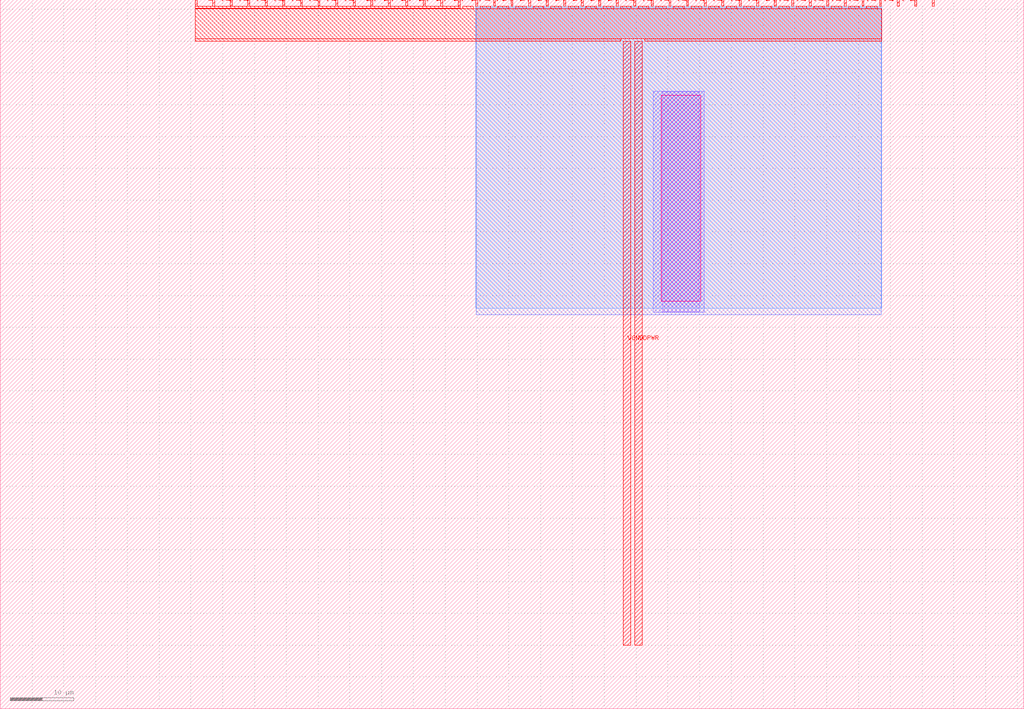
<source format=lef>
MACRO tt_um_tnt_ff_yolo_test
  CLASS BLOCK ;
  FOREIGN tt_um_tnt_ff_yolo_test ;
  ORIGIN 0.000 0.000 ;
  SIZE 161.000 BY 111.520 ;
  PIN clk
    DIRECTION INPUT ;
    USE SIGNAL ;
    PORT
      LAYER met4 ;
        RECT 143.830 110.520 144.130 111.520 ;
    END
  END clk
  PIN ena
    DIRECTION INPUT ;
    USE SIGNAL ;
    PORT
      LAYER met4 ;
        RECT 146.590 110.520 146.890 111.520 ;
    END
  END ena
  PIN rst_n
    DIRECTION INPUT ;
    USE SIGNAL ;
    PORT
      LAYER met4 ;
        RECT 141.070 110.520 141.370 111.520 ;
    END
  END rst_n
  PIN ui_in[0]
    DIRECTION INPUT ;
    USE SIGNAL ;
    ANTENNAGATEAREA 0.198000 ;
    PORT
      LAYER met4 ;
        RECT 138.310 110.520 138.610 111.520 ;
    END
  END ui_in[0]
  PIN ui_in[1]
    DIRECTION INPUT ;
    USE SIGNAL ;
    ANTENNAGATEAREA 0.198000 ;
    PORT
      LAYER met4 ;
        RECT 135.550 110.520 135.850 111.520 ;
    END
  END ui_in[1]
  PIN ui_in[2]
    DIRECTION INPUT ;
    USE SIGNAL ;
    ANTENNAGATEAREA 0.198000 ;
    PORT
      LAYER met4 ;
        RECT 132.790 110.520 133.090 111.520 ;
    END
  END ui_in[2]
  PIN ui_in[3]
    DIRECTION INPUT ;
    USE SIGNAL ;
    ANTENNAGATEAREA 0.198000 ;
    PORT
      LAYER met4 ;
        RECT 130.030 110.520 130.330 111.520 ;
    END
  END ui_in[3]
  PIN ui_in[4]
    DIRECTION INPUT ;
    USE SIGNAL ;
    ANTENNAGATEAREA 0.198000 ;
    PORT
      LAYER met4 ;
        RECT 127.270 110.520 127.570 111.520 ;
    END
  END ui_in[4]
  PIN ui_in[5]
    DIRECTION INPUT ;
    USE SIGNAL ;
    ANTENNAGATEAREA 0.198000 ;
    PORT
      LAYER met4 ;
        RECT 124.510 110.520 124.810 111.520 ;
    END
  END ui_in[5]
  PIN ui_in[6]
    DIRECTION INPUT ;
    USE SIGNAL ;
    ANTENNAGATEAREA 0.198000 ;
    PORT
      LAYER met4 ;
        RECT 121.750 110.520 122.050 111.520 ;
    END
  END ui_in[6]
  PIN ui_in[7]
    DIRECTION INPUT ;
    USE SIGNAL ;
    ANTENNAGATEAREA 0.198000 ;
    PORT
      LAYER met4 ;
        RECT 118.990 110.520 119.290 111.520 ;
    END
  END ui_in[7]
  PIN uio_in[0]
    DIRECTION INPUT ;
    USE SIGNAL ;
    ANTENNAGATEAREA 3.168000 ;
    PORT
      LAYER met4 ;
        RECT 116.230 110.520 116.530 111.520 ;
    END
  END uio_in[0]
  PIN uio_in[1]
    DIRECTION INPUT ;
    USE SIGNAL ;
    ANTENNAGATEAREA 3.168000 ;
    PORT
      LAYER met4 ;
        RECT 113.470 110.520 113.770 111.520 ;
    END
  END uio_in[1]
  PIN uio_in[2]
    DIRECTION INPUT ;
    USE SIGNAL ;
    PORT
      LAYER met4 ;
        RECT 110.710 110.520 111.010 111.520 ;
    END
  END uio_in[2]
  PIN uio_in[3]
    DIRECTION INPUT ;
    USE SIGNAL ;
    PORT
      LAYER met4 ;
        RECT 107.950 110.520 108.250 111.520 ;
    END
  END uio_in[3]
  PIN uio_in[4]
    DIRECTION INPUT ;
    USE SIGNAL ;
    PORT
      LAYER met4 ;
        RECT 105.190 110.520 105.490 111.520 ;
    END
  END uio_in[4]
  PIN uio_in[5]
    DIRECTION INPUT ;
    USE SIGNAL ;
    PORT
      LAYER met4 ;
        RECT 102.430 110.520 102.730 111.520 ;
    END
  END uio_in[5]
  PIN uio_in[6]
    DIRECTION INPUT ;
    USE SIGNAL ;
    PORT
      LAYER met4 ;
        RECT 99.670 110.520 99.970 111.520 ;
    END
  END uio_in[6]
  PIN uio_in[7]
    DIRECTION INPUT ;
    USE SIGNAL ;
    PORT
      LAYER met4 ;
        RECT 96.910 110.520 97.210 111.520 ;
    END
  END uio_in[7]
  PIN uio_oe[0]
    DIRECTION OUTPUT ;
    USE SIGNAL ;
    ANTENNADIFFAREA 4.788000 ;
    PORT
      LAYER met4 ;
        RECT 49.990 110.520 50.290 111.520 ;
    END
  END uio_oe[0]
  PIN uio_oe[1]
    DIRECTION OUTPUT ;
    USE SIGNAL ;
    ANTENNADIFFAREA 4.788000 ;
    PORT
      LAYER met4 ;
        RECT 47.230 110.520 47.530 111.520 ;
    END
  END uio_oe[1]
  PIN uio_oe[2]
    DIRECTION OUTPUT ;
    USE SIGNAL ;
    ANTENNADIFFAREA 4.788000 ;
    PORT
      LAYER met4 ;
        RECT 44.470 110.520 44.770 111.520 ;
    END
  END uio_oe[2]
  PIN uio_oe[3]
    DIRECTION OUTPUT ;
    USE SIGNAL ;
    ANTENNADIFFAREA 4.788000 ;
    PORT
      LAYER met4 ;
        RECT 41.710 110.520 42.010 111.520 ;
    END
  END uio_oe[3]
  PIN uio_oe[4]
    DIRECTION OUTPUT ;
    USE SIGNAL ;
    ANTENNADIFFAREA 4.788000 ;
    PORT
      LAYER met4 ;
        RECT 38.950 110.520 39.250 111.520 ;
    END
  END uio_oe[4]
  PIN uio_oe[5]
    DIRECTION OUTPUT ;
    USE SIGNAL ;
    ANTENNADIFFAREA 4.788000 ;
    PORT
      LAYER met4 ;
        RECT 36.190 110.520 36.490 111.520 ;
    END
  END uio_oe[5]
  PIN uio_oe[6]
    DIRECTION OUTPUT ;
    USE SIGNAL ;
    ANTENNADIFFAREA 4.788000 ;
    PORT
      LAYER met4 ;
        RECT 33.430 110.520 33.730 111.520 ;
    END
  END uio_oe[6]
  PIN uio_oe[7]
    DIRECTION OUTPUT ;
    USE SIGNAL ;
    ANTENNADIFFAREA 4.788000 ;
    PORT
      LAYER met4 ;
        RECT 30.670 110.520 30.970 111.520 ;
    END
  END uio_oe[7]
  PIN uio_out[0]
    DIRECTION OUTPUT ;
    USE SIGNAL ;
    ANTENNADIFFAREA 4.788000 ;
    PORT
      LAYER met4 ;
        RECT 72.070 110.520 72.370 111.520 ;
    END
  END uio_out[0]
  PIN uio_out[1]
    DIRECTION OUTPUT ;
    USE SIGNAL ;
    ANTENNADIFFAREA 4.788000 ;
    PORT
      LAYER met4 ;
        RECT 69.310 110.520 69.610 111.520 ;
    END
  END uio_out[1]
  PIN uio_out[2]
    DIRECTION OUTPUT ;
    USE SIGNAL ;
    ANTENNADIFFAREA 4.788000 ;
    PORT
      LAYER met4 ;
        RECT 66.550 110.520 66.850 111.520 ;
    END
  END uio_out[2]
  PIN uio_out[3]
    DIRECTION OUTPUT ;
    USE SIGNAL ;
    ANTENNADIFFAREA 4.788000 ;
    PORT
      LAYER met4 ;
        RECT 63.790 110.520 64.090 111.520 ;
    END
  END uio_out[3]
  PIN uio_out[4]
    DIRECTION OUTPUT ;
    USE SIGNAL ;
    ANTENNADIFFAREA 4.788000 ;
    PORT
      LAYER met4 ;
        RECT 61.030 110.520 61.330 111.520 ;
    END
  END uio_out[4]
  PIN uio_out[5]
    DIRECTION OUTPUT ;
    USE SIGNAL ;
    ANTENNADIFFAREA 4.788000 ;
    PORT
      LAYER met4 ;
        RECT 58.270 110.520 58.570 111.520 ;
    END
  END uio_out[5]
  PIN uio_out[6]
    DIRECTION OUTPUT ;
    USE SIGNAL ;
    ANTENNADIFFAREA 4.788000 ;
    PORT
      LAYER met4 ;
        RECT 55.510 110.520 55.810 111.520 ;
    END
  END uio_out[6]
  PIN uio_out[7]
    DIRECTION OUTPUT ;
    USE SIGNAL ;
    ANTENNADIFFAREA 4.788000 ;
    PORT
      LAYER met4 ;
        RECT 52.750 110.520 53.050 111.520 ;
    END
  END uio_out[7]
  PIN uo_out[0]
    DIRECTION OUTPUT ;
    USE SIGNAL ;
    ANTENNAGATEAREA 0.198000 ;
    ANTENNADIFFAREA 0.358800 ;
    PORT
      LAYER met4 ;
        RECT 94.150 110.520 94.450 111.520 ;
    END
  END uo_out[0]
  PIN uo_out[1]
    DIRECTION OUTPUT ;
    USE SIGNAL ;
    ANTENNAGATEAREA 0.198000 ;
    ANTENNADIFFAREA 0.358800 ;
    PORT
      LAYER met4 ;
        RECT 91.390 110.520 91.690 111.520 ;
    END
  END uo_out[1]
  PIN uo_out[2]
    DIRECTION OUTPUT ;
    USE SIGNAL ;
    ANTENNAGATEAREA 0.198000 ;
    ANTENNADIFFAREA 0.358800 ;
    PORT
      LAYER met4 ;
        RECT 88.630 110.520 88.930 111.520 ;
    END
  END uo_out[2]
  PIN uo_out[3]
    DIRECTION OUTPUT ;
    USE SIGNAL ;
    ANTENNAGATEAREA 0.198000 ;
    ANTENNADIFFAREA 0.358800 ;
    PORT
      LAYER met4 ;
        RECT 85.870 110.520 86.170 111.520 ;
    END
  END uo_out[3]
  PIN uo_out[4]
    DIRECTION OUTPUT ;
    USE SIGNAL ;
    ANTENNAGATEAREA 0.198000 ;
    ANTENNADIFFAREA 0.358800 ;
    PORT
      LAYER met4 ;
        RECT 83.110 110.520 83.410 111.520 ;
    END
  END uo_out[4]
  PIN uo_out[5]
    DIRECTION OUTPUT ;
    USE SIGNAL ;
    ANTENNAGATEAREA 0.198000 ;
    ANTENNADIFFAREA 0.358800 ;
    PORT
      LAYER met4 ;
        RECT 80.350 110.520 80.650 111.520 ;
    END
  END uo_out[5]
  PIN uo_out[6]
    DIRECTION OUTPUT ;
    USE SIGNAL ;
    ANTENNAGATEAREA 0.198000 ;
    ANTENNADIFFAREA 0.358800 ;
    PORT
      LAYER met4 ;
        RECT 77.590 110.520 77.890 111.520 ;
    END
  END uo_out[6]
  PIN uo_out[7]
    DIRECTION OUTPUT ;
    USE SIGNAL ;
    ANTENNAGATEAREA 0.198000 ;
    ANTENNADIFFAREA 0.358800 ;
    PORT
      LAYER met4 ;
        RECT 74.830 110.520 75.130 111.520 ;
    END
  END uo_out[7]
  PIN VGND
    DIRECTION INPUT ;
    USE GROUND ;
    PORT
      LAYER met4 ;
        RECT 98.000 10.000 99.200 105.000 ;
    END
  END VGND
  PIN VDPWR
    DIRECTION INPUT ;
    USE POWER ;
    PORT
      LAYER met4 ;
        RECT 99.800 10.000 101.000 105.000 ;
    END
  END VDPWR
  OBS
      LAYER nwell ;
        RECT 103.945 64.090 110.160 96.530 ;
      LAYER li1 ;
        RECT 104.140 62.425 109.920 97.055 ;
      LAYER met1 ;
        RECT 102.715 62.380 110.745 97.100 ;
      LAYER met2 ;
        RECT 74.840 62.000 138.600 110.225 ;
      LAYER met3 ;
        RECT 74.770 63.020 138.670 110.460 ;
      LAYER met4 ;
        RECT 30.670 110.220 72.370 110.520 ;
        RECT 31.370 110.120 33.030 110.220 ;
        RECT 34.130 110.120 35.790 110.220 ;
        RECT 36.890 110.120 38.550 110.220 ;
        RECT 39.650 110.120 41.310 110.220 ;
        RECT 42.410 110.120 44.070 110.220 ;
        RECT 45.170 110.120 46.830 110.220 ;
        RECT 47.930 110.120 49.590 110.220 ;
        RECT 50.690 110.120 52.350 110.220 ;
        RECT 53.450 110.120 55.110 110.220 ;
        RECT 56.210 110.120 57.870 110.220 ;
        RECT 58.970 110.120 60.630 110.220 ;
        RECT 61.730 110.120 63.390 110.220 ;
        RECT 64.490 110.120 66.150 110.220 ;
        RECT 67.250 110.120 68.910 110.220 ;
        RECT 70.010 110.120 71.670 110.220 ;
        RECT 72.770 110.120 74.430 110.520 ;
        RECT 75.530 110.120 77.190 110.520 ;
        RECT 78.290 110.120 79.950 110.520 ;
        RECT 81.050 110.120 82.710 110.520 ;
        RECT 83.810 110.120 85.470 110.520 ;
        RECT 86.570 110.120 88.230 110.520 ;
        RECT 89.330 110.120 90.990 110.520 ;
        RECT 92.090 110.120 93.750 110.520 ;
        RECT 94.850 110.120 96.510 110.520 ;
        RECT 97.610 110.120 99.270 110.520 ;
        RECT 100.370 110.120 102.030 110.520 ;
        RECT 103.130 110.120 104.790 110.520 ;
        RECT 105.890 110.120 107.550 110.520 ;
        RECT 108.650 110.120 110.310 110.520 ;
        RECT 111.410 110.120 113.070 110.520 ;
        RECT 114.170 110.120 115.830 110.520 ;
        RECT 116.930 110.120 118.590 110.520 ;
        RECT 119.690 110.120 121.350 110.520 ;
        RECT 122.450 110.120 124.110 110.520 ;
        RECT 125.210 110.120 126.870 110.520 ;
        RECT 127.970 110.120 129.630 110.520 ;
        RECT 130.730 110.120 132.390 110.520 ;
        RECT 133.490 110.120 135.150 110.520 ;
        RECT 136.250 110.120 137.910 110.520 ;
        RECT 30.670 105.400 138.625 110.120 ;
        RECT 30.670 105.000 97.600 105.400 ;
        RECT 101.400 105.000 138.625 105.400 ;
  END
END tt_um_tnt_ff_yolo_test
END LIBRARY


</source>
